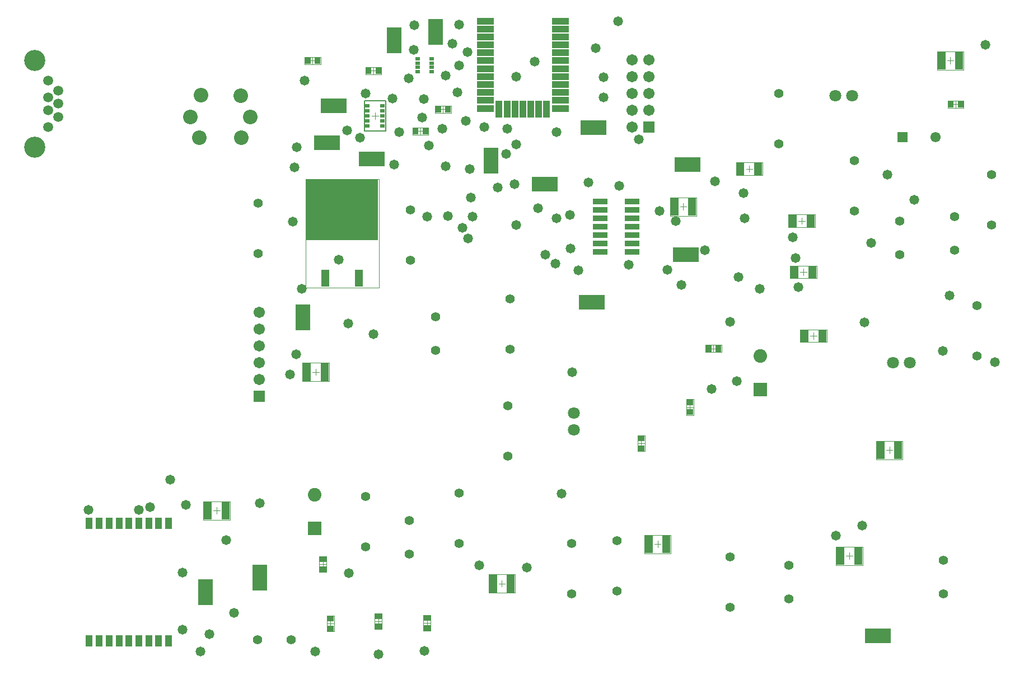
<source format=gts>
G04*
G04 #@! TF.GenerationSoftware,Altium Limited,Altium Designer,18.0.11 (651)*
G04*
G04 Layer_Color=8388736*
%FSLAX25Y25*%
%MOIN*%
G70*
G01*
G75*
%ADD17C,0.00800*%
%ADD20C,0.00394*%
%ADD35R,0.03162X0.02375*%
%ADD36R,0.05131X0.11036*%
%ADD37R,0.04343X0.03556*%
%ADD38R,0.03556X0.04343*%
%ADD39R,0.04343X0.06647*%
%ADD40R,0.04934X0.10249*%
%ADD41R,0.42729X0.35839*%
%ADD42R,0.10249X0.03950*%
%ADD43R,0.03950X0.10249*%
%ADD44R,0.08900X0.03200*%
%ADD45R,0.15761X0.08792*%
%ADD46R,0.08792X0.15761*%
%ADD47R,0.05131X0.07493*%
%ADD48R,0.02769X0.02178*%
%ADD49C,0.05918*%
%ADD50C,0.12611*%
%ADD51C,0.05524*%
%ADD52C,0.08083*%
%ADD53R,0.08083X0.08083*%
%ADD54C,0.06706*%
%ADD55R,0.06706X0.06706*%
%ADD56C,0.08674*%
%ADD57C,0.07099*%
%ADD58R,0.06115X0.06115*%
%ADD59C,0.06115*%
%ADD60C,0.05800*%
D17*
X319799Y429945D02*
Y448055D01*
X307201Y429945D02*
Y448055D01*
Y429945D02*
X319799D01*
X307201Y448055D02*
X319799D01*
D20*
X311531Y439000D02*
X315469D01*
X313500Y437032D02*
Y440969D01*
X211311Y198488D02*
Y209512D01*
X227059Y198488D02*
Y209512D01*
X211311D02*
X227059D01*
X211311Y198488D02*
X227059D01*
X217216Y204000D02*
X221153D01*
X219185Y202031D02*
Y205968D01*
X280335Y167276D02*
X284665D01*
X280335Y176724D02*
X284665D01*
X280335Y167276D02*
Y176724D01*
X284665Y167276D02*
Y176724D01*
X282500Y170130D02*
Y173870D01*
X280630Y172000D02*
X284370D01*
X284835Y131961D02*
X289165D01*
X284835Y141410D02*
X289165D01*
X284835Y131961D02*
Y141410D01*
X289165Y131961D02*
Y141410D01*
X287000Y134815D02*
Y138555D01*
X285130Y136685D02*
X288870D01*
X498835Y270224D02*
X503165D01*
X498835Y260776D02*
X503165D01*
Y270224D01*
X498835Y260776D02*
Y270224D01*
X501000Y263630D02*
Y267370D01*
X499130Y265500D02*
X502870D01*
X313335Y133276D02*
X317665D01*
X313335Y142724D02*
X317665D01*
X313335Y133276D02*
Y142724D01*
X317665Y133276D02*
Y142724D01*
X315500Y136130D02*
Y139870D01*
X313630Y138000D02*
X317370D01*
X469835Y239276D02*
X474165D01*
X469835Y248724D02*
X474165D01*
X469835Y239276D02*
Y248724D01*
X474165Y239276D02*
Y248724D01*
X472000Y242130D02*
Y245870D01*
X470130Y244000D02*
X473870D01*
X342335Y132276D02*
X346665D01*
X342335Y141724D02*
X346665D01*
X342335Y132276D02*
Y141724D01*
X346665Y132276D02*
Y141724D01*
X344500Y135130D02*
Y138870D01*
X342630Y137000D02*
X346370D01*
X654461Y443835D02*
Y448165D01*
X663909Y443835D02*
Y448165D01*
X654461D02*
X663909D01*
X654461Y443835D02*
X663909D01*
X657315Y446000D02*
X661055D01*
X659185Y444130D02*
Y447870D01*
X519724Y298335D02*
Y302665D01*
X510276Y298335D02*
Y302665D01*
Y298335D02*
X519724D01*
X510276Y302665D02*
X519724D01*
X513130Y300500D02*
X516870D01*
X515000Y298630D02*
Y302370D01*
X271591Y469835D02*
Y474165D01*
X281039Y469835D02*
Y474165D01*
X271591D02*
X281039D01*
X271591Y469835D02*
X281039D01*
X274445Y472000D02*
X278185D01*
X276315Y470130D02*
Y473870D01*
X345224Y427835D02*
Y432165D01*
X335776Y427835D02*
Y432165D01*
Y427835D02*
X345224D01*
X335776Y432165D02*
X345224D01*
X338630Y430000D02*
X342370D01*
X340500Y428130D02*
Y431870D01*
X307776Y463835D02*
Y468165D01*
X317224Y463835D02*
Y468165D01*
X307776D02*
X317224D01*
X307776Y463835D02*
X317224D01*
X310630Y466000D02*
X314370D01*
X312500Y464130D02*
Y467870D01*
X349276Y440835D02*
Y445165D01*
X358724Y440835D02*
Y445165D01*
X349276D02*
X358724D01*
X349276Y440835D02*
X358724D01*
X352130Y443000D02*
X355870D01*
X354000Y441130D02*
Y444870D01*
X270311Y280988D02*
Y292012D01*
X286059Y280988D02*
Y292012D01*
X270311D02*
X286059D01*
X270311Y280988D02*
X286059D01*
X276217Y286500D02*
X280153D01*
X278185Y284531D02*
Y288469D01*
X473811Y178488D02*
Y189512D01*
X489559Y178488D02*
Y189512D01*
X473811D02*
X489559D01*
X473811Y178488D02*
X489559D01*
X479716Y184000D02*
X483653D01*
X481685Y182032D02*
Y185968D01*
X587941Y171488D02*
Y182512D01*
X603689Y171488D02*
Y182512D01*
X587941D02*
X603689D01*
X587941Y171488D02*
X603689D01*
X593847Y177000D02*
X597784D01*
X595815Y175031D02*
Y178969D01*
X381126Y154988D02*
Y166012D01*
X396874Y154988D02*
Y166012D01*
X381126D02*
X396874D01*
X381126Y154988D02*
X396874D01*
X387032Y160500D02*
X390968D01*
X389000Y158531D02*
Y162469D01*
X648126Y466488D02*
Y477512D01*
X663874Y466488D02*
Y477512D01*
X648126D02*
X663874D01*
X648126Y466488D02*
X663874D01*
X654032Y472000D02*
X657969D01*
X656000Y470031D02*
Y473969D01*
X489126Y379488D02*
Y390512D01*
X504874Y379488D02*
Y390512D01*
X489126D02*
X504874D01*
X489126Y379488D02*
X504874D01*
X495031Y385000D02*
X498969D01*
X497000Y383032D02*
Y386968D01*
X611811Y234488D02*
Y245512D01*
X627559Y234488D02*
Y245512D01*
X611811D02*
X627559D01*
X611811Y234488D02*
X627559D01*
X617717Y240000D02*
X621654D01*
X619685Y238032D02*
Y241968D01*
X272150Y336543D02*
X315850D01*
X272150Y401504D02*
X315850D01*
X272150Y336543D02*
Y401504D01*
X315850Y336543D02*
Y401504D01*
X294000Y367055D02*
Y370992D01*
X292032Y369024D02*
X295969D01*
X566626Y304260D02*
Y311740D01*
X582374Y304260D02*
Y311740D01*
X566626D02*
X582374D01*
X566626Y304260D02*
X582374D01*
X572532Y308000D02*
X576469D01*
X574500Y306031D02*
Y309968D01*
X559626Y372760D02*
Y380240D01*
X575374Y372760D02*
Y380240D01*
X559626D02*
X575374D01*
X559626Y372760D02*
X575374D01*
X565531Y376500D02*
X569468D01*
X567500Y374532D02*
Y378468D01*
X560626Y342260D02*
Y349740D01*
X576374Y342260D02*
Y349740D01*
X560626D02*
X576374D01*
X560626Y342260D02*
X576374D01*
X566532Y346000D02*
X570469D01*
X568500Y344032D02*
Y347969D01*
X528441Y403760D02*
Y411240D01*
X544189Y403760D02*
Y411240D01*
X528441D02*
X544189D01*
X528441Y403760D02*
X544189D01*
X534346Y407500D02*
X538283D01*
X536315Y405532D02*
Y409469D01*
D35*
X318000Y433000D02*
D03*
X309000D02*
D03*
Y436000D02*
D03*
X318000Y439000D02*
D03*
X309000D02*
D03*
X318000Y442000D02*
D03*
X309000D02*
D03*
X318000Y445000D02*
D03*
X309000D02*
D03*
X318000Y436000D02*
D03*
D36*
X213870Y204000D02*
D03*
X224500D02*
D03*
X272870Y286500D02*
D03*
X283500D02*
D03*
X476370Y184000D02*
D03*
X487000D02*
D03*
X590500Y177000D02*
D03*
X601130D02*
D03*
X383685Y160500D02*
D03*
X394315D02*
D03*
X650685Y472000D02*
D03*
X661315D02*
D03*
X491685Y385000D02*
D03*
X502315D02*
D03*
X614370Y240000D02*
D03*
X625000D02*
D03*
D37*
X282500Y169047D02*
D03*
Y174953D02*
D03*
X287000Y133732D02*
D03*
Y139638D02*
D03*
X501000Y268453D02*
D03*
Y262547D02*
D03*
X315500Y135047D02*
D03*
Y140953D02*
D03*
X472000Y241047D02*
D03*
Y246953D02*
D03*
X344500Y134047D02*
D03*
Y139953D02*
D03*
D38*
X656232Y446000D02*
D03*
X662138D02*
D03*
X517953Y300500D02*
D03*
X512047D02*
D03*
X273362Y472000D02*
D03*
X279268D02*
D03*
X343453Y430000D02*
D03*
X337547D02*
D03*
X309547Y466000D02*
D03*
X315453D02*
D03*
X351047Y443000D02*
D03*
X356953D02*
D03*
D39*
X143332Y196510D02*
D03*
X149238D02*
D03*
X155143D02*
D03*
X161049D02*
D03*
X166954D02*
D03*
X172860D02*
D03*
X178765D02*
D03*
X184671D02*
D03*
X190576D02*
D03*
Y126490D02*
D03*
X184671D02*
D03*
X178765D02*
D03*
X172860D02*
D03*
X166954D02*
D03*
X161049D02*
D03*
X155143D02*
D03*
X149238D02*
D03*
X143332D02*
D03*
D40*
X284000Y342252D02*
D03*
X304000D02*
D03*
D41*
X294000Y383000D02*
D03*
D42*
X423744Y495484D02*
D03*
Y490760D02*
D03*
Y486035D02*
D03*
Y481311D02*
D03*
Y476587D02*
D03*
Y471862D02*
D03*
Y467138D02*
D03*
Y462413D02*
D03*
Y457689D02*
D03*
Y452965D02*
D03*
Y448240D02*
D03*
Y443516D02*
D03*
X379256D02*
D03*
Y448240D02*
D03*
Y452965D02*
D03*
Y457689D02*
D03*
Y462413D02*
D03*
Y467138D02*
D03*
Y471862D02*
D03*
Y476587D02*
D03*
Y481311D02*
D03*
Y486035D02*
D03*
Y490760D02*
D03*
Y495484D02*
D03*
D43*
X415673Y442925D02*
D03*
X410949D02*
D03*
X406224D02*
D03*
X401500D02*
D03*
X396776D02*
D03*
X392051D02*
D03*
X387327D02*
D03*
D44*
X466500Y388000D02*
D03*
Y383000D02*
D03*
Y378000D02*
D03*
Y373000D02*
D03*
Y368000D02*
D03*
Y363000D02*
D03*
Y358000D02*
D03*
X447600D02*
D03*
Y363000D02*
D03*
Y368000D02*
D03*
Y373000D02*
D03*
Y378000D02*
D03*
Y383000D02*
D03*
Y388000D02*
D03*
D45*
X613000Y129500D02*
D03*
X443500Y432000D02*
D03*
X311500Y413500D02*
D03*
X289000Y445000D02*
D03*
X285000Y423000D02*
D03*
X442500Y328000D02*
D03*
X414500Y398500D02*
D03*
X498500Y356500D02*
D03*
X499500Y410000D02*
D03*
D46*
X270500Y319000D02*
D03*
X325000Y484000D02*
D03*
X349500Y489000D02*
D03*
X245000Y164000D02*
D03*
X212500Y155500D02*
D03*
X382500Y412500D02*
D03*
D47*
X569185Y308000D02*
D03*
X579815D02*
D03*
X562185Y376500D02*
D03*
X572815D02*
D03*
X563185Y346000D02*
D03*
X573815D02*
D03*
X531000Y407500D02*
D03*
X541630D02*
D03*
D48*
X347071Y473000D02*
D03*
Y465323D02*
D03*
Y467882D02*
D03*
Y470441D02*
D03*
X339000Y465323D02*
D03*
Y473000D02*
D03*
Y470441D02*
D03*
Y467882D02*
D03*
D49*
X124874Y438378D02*
D03*
Y446252D02*
D03*
Y454126D02*
D03*
X118874Y432354D02*
D03*
Y442197D02*
D03*
Y450071D02*
D03*
Y459913D02*
D03*
D50*
X111000Y420268D02*
D03*
Y472000D02*
D03*
D51*
X263500Y127000D02*
D03*
X243500Y127000D02*
D03*
X560000Y151500D02*
D03*
Y171500D02*
D03*
X658500Y359000D02*
D03*
Y379000D02*
D03*
X652000Y154500D02*
D03*
Y174500D02*
D03*
X626000Y356500D02*
D03*
Y376500D02*
D03*
X349500Y299500D02*
D03*
Y319500D02*
D03*
X334000Y178000D02*
D03*
Y198000D02*
D03*
X334500Y383000D02*
D03*
X334500Y353000D02*
D03*
X363500Y184500D02*
D03*
Y214500D02*
D03*
X244000Y357000D02*
D03*
Y387000D02*
D03*
X394000Y330000D02*
D03*
X394000Y300000D02*
D03*
X430500Y154500D02*
D03*
Y184500D02*
D03*
X392500Y236500D02*
D03*
Y266500D02*
D03*
X554000Y422500D02*
D03*
Y452500D02*
D03*
X457500Y186000D02*
D03*
X457500Y156000D02*
D03*
X525000Y176500D02*
D03*
X525000Y146500D02*
D03*
X672000Y296000D02*
D03*
Y326000D02*
D03*
X680500Y374000D02*
D03*
Y404000D02*
D03*
X599000Y382500D02*
D03*
Y412500D02*
D03*
X308000Y212500D02*
D03*
X308000Y182500D02*
D03*
D52*
X277500Y213500D02*
D03*
X543000Y296000D02*
D03*
D53*
X277500Y193500D02*
D03*
X543000Y276000D02*
D03*
D54*
X244500Y322000D02*
D03*
Y312000D02*
D03*
Y302000D02*
D03*
Y292000D02*
D03*
Y282000D02*
D03*
X466500Y472500D02*
D03*
X476500D02*
D03*
X466500Y462500D02*
D03*
X476500D02*
D03*
X466500Y452500D02*
D03*
X476500D02*
D03*
X466500Y442500D02*
D03*
X476500D02*
D03*
X466500Y432500D02*
D03*
D55*
X244500Y272000D02*
D03*
X476500Y432500D02*
D03*
D56*
X203500Y438500D02*
D03*
X210000Y451500D02*
D03*
X209000Y426000D02*
D03*
X234000D02*
D03*
X233500Y451000D02*
D03*
X239178Y438500D02*
D03*
D57*
X432000Y252000D02*
D03*
Y262000D02*
D03*
X632000Y292000D02*
D03*
X622000D02*
D03*
X597500Y451000D02*
D03*
X587500D02*
D03*
D58*
X627500Y426500D02*
D03*
D59*
X647185Y426500D02*
D03*
D60*
X201000Y207500D02*
D03*
X199000Y167000D02*
D03*
X225000Y186500D02*
D03*
X605000Y316000D02*
D03*
X370000Y407500D02*
D03*
X386500Y396500D02*
D03*
X370500Y390500D02*
D03*
X378500Y432500D02*
D03*
X397500Y422000D02*
D03*
X336500Y478500D02*
D03*
X337000Y493000D02*
D03*
X333500Y461500D02*
D03*
X588000Y189000D02*
D03*
X525000Y316500D02*
D03*
X266500Y297000D02*
D03*
X263000Y285000D02*
D03*
X312500Y309000D02*
D03*
X397500Y374000D02*
D03*
X429500Y380000D02*
D03*
X391500Y416500D02*
D03*
X392051Y431449D02*
D03*
X353500Y431500D02*
D03*
X308000Y452500D02*
D03*
X271500Y460000D02*
D03*
X634500Y389000D02*
D03*
X562185Y366685D02*
D03*
X564000Y354500D02*
D03*
X459000Y397500D02*
D03*
X430000Y360000D02*
D03*
X434500Y347000D02*
D03*
X492500Y376500D02*
D03*
X328000Y429500D02*
D03*
X345500Y421500D02*
D03*
X325000Y410000D02*
D03*
X369000Y366000D02*
D03*
X365500Y372500D02*
D03*
X371500Y379000D02*
D03*
X440500Y399500D02*
D03*
X470500Y425000D02*
D03*
X375500Y171500D02*
D03*
X677000Y481500D02*
D03*
X682500Y292500D02*
D03*
X297815Y166685D02*
D03*
X565500Y337000D02*
D03*
X542500Y336000D02*
D03*
X431000Y286500D02*
D03*
X292000Y353500D02*
D03*
X421500Y429500D02*
D03*
X173000Y204500D02*
D03*
X143000D02*
D03*
X199000Y133000D02*
D03*
X483000Y382500D02*
D03*
X357000Y379500D02*
D03*
X344500Y379000D02*
D03*
X265500Y408500D02*
D03*
X264500Y376000D02*
D03*
X297000Y430500D02*
D03*
X324000Y449500D02*
D03*
X342500Y449000D02*
D03*
X341500Y438000D02*
D03*
X397500Y462500D02*
D03*
X362500Y453000D02*
D03*
X445000Y479500D02*
D03*
X458016Y495484D02*
D03*
X355500Y463000D02*
D03*
X363500Y469000D02*
D03*
X359500Y482000D02*
D03*
X408500Y471500D02*
D03*
X496000Y338500D02*
D03*
X421000Y351000D02*
D03*
X464500Y350500D02*
D03*
X368500Y477000D02*
D03*
X404000Y170000D02*
D03*
X415000Y356500D02*
D03*
X410500Y384000D02*
D03*
X396500Y398500D02*
D03*
X367500Y436000D02*
D03*
X533000Y393000D02*
D03*
X533500Y378000D02*
D03*
X355500Y409000D02*
D03*
X267000Y420500D02*
D03*
X304500Y426000D02*
D03*
X651500Y299000D02*
D03*
X487500Y347500D02*
D03*
X421500Y378000D02*
D03*
X270000Y336000D02*
D03*
X297500Y315500D02*
D03*
X449500Y462000D02*
D03*
Y450000D02*
D03*
X530000Y343000D02*
D03*
X278000Y120000D02*
D03*
X229500Y143000D02*
D03*
X315500Y118500D02*
D03*
X215000Y130500D02*
D03*
X209500Y120000D02*
D03*
X603500Y195000D02*
D03*
X529000Y281185D02*
D03*
X516000Y400000D02*
D03*
X509685Y359185D02*
D03*
X343000Y120500D02*
D03*
X514000Y276500D02*
D03*
X424500Y214000D02*
D03*
X191500Y222500D02*
D03*
X245000Y208500D02*
D03*
X179500Y206000D02*
D03*
X609000Y363500D02*
D03*
X655500Y332000D02*
D03*
X363500Y493500D02*
D03*
X618500Y404000D02*
D03*
M02*

</source>
